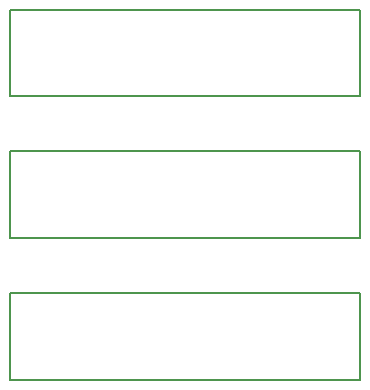
<source format=gbr>
%TF.GenerationSoftware,KiCad,Pcbnew,(5.1.10)-1*%
%TF.CreationDate,2022-04-08T13:19:25-06:00*%
%TF.ProjectId,VacuumFeedThruHDMI,56616375-756d-4466-9565-645468727548,rev?*%
%TF.SameCoordinates,Original*%
%TF.FileFunction,Other,User*%
%FSLAX46Y46*%
G04 Gerber Fmt 4.6, Leading zero omitted, Abs format (unit mm)*
G04 Created by KiCad (PCBNEW (5.1.10)-1) date 2022-04-08 13:19:25*
%MOMM*%
%LPD*%
G01*
G04 APERTURE LIST*
%ADD10C,0.150000*%
G04 APERTURE END LIST*
D10*
%TO.C,M3*%
X-14850000Y-15125000D02*
X-14850000Y-7775000D01*
X14850000Y-15125000D02*
X-14850000Y-15125000D01*
X14850000Y-7775000D02*
X14850000Y-15125000D01*
X-14850000Y-7775000D02*
X14850000Y-7775000D01*
%TO.C,M2*%
X-14850000Y-3125000D02*
X-14850000Y4225000D01*
X14850000Y-3125000D02*
X-14850000Y-3125000D01*
X14850000Y4225000D02*
X14850000Y-3125000D01*
X-14850000Y4225000D02*
X14850000Y4225000D01*
%TO.C,M1*%
X-14850000Y8875000D02*
X-14850000Y16225000D01*
X14850000Y8875000D02*
X-14850000Y8875000D01*
X14850000Y16225000D02*
X14850000Y8875000D01*
X-14850000Y16225000D02*
X14850000Y16225000D01*
%TD*%
M02*

</source>
